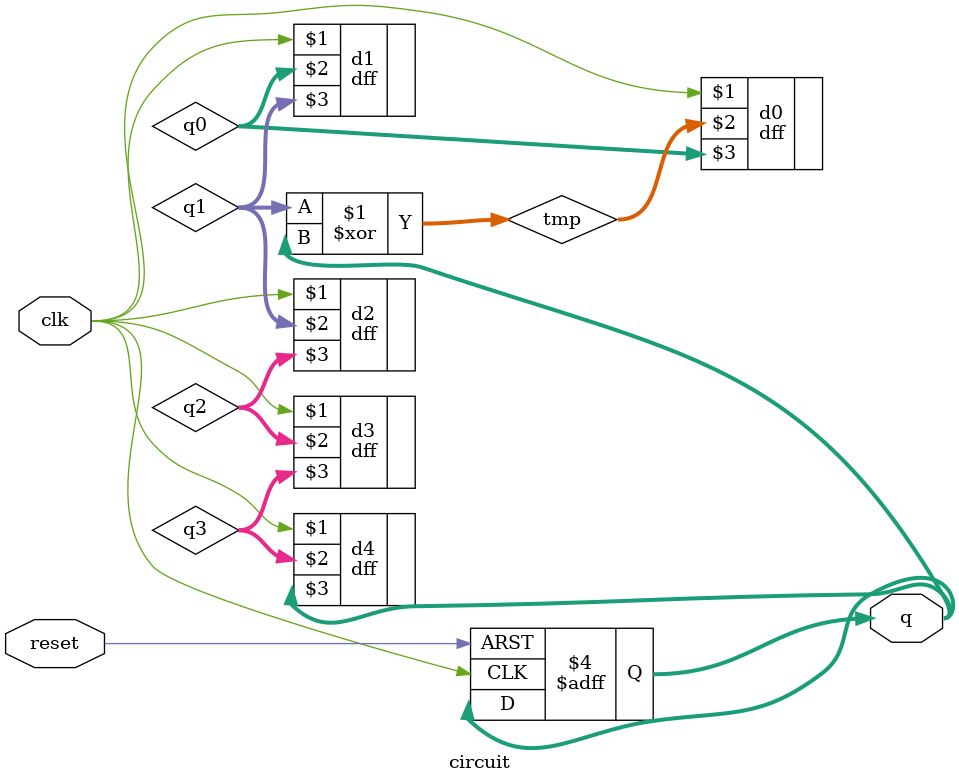
<source format=v>
module circuit(clk, reset, q);
  input clk, reset;

  output [4:0] q;
  reg [4:0] q;

  wire [4:0] q0;
  wire [4:0] q1;
  wire [4:0] q2;
  wire [4:0] q3;
  wire [4:0] tmp;

  xor x1(tmp, q1, q);
  dff d0(clk, tmp, q0);
  dff d1(clk, q0, q1);
  dff d2(clk, q1, q2);
  dff d3(clk, q2, q3);
  dff d4(clk, q3, q);

  always @(negedge reset or posedge clk) begin
    if(~reset)
      q = 5'b10111;
  end
endmodule

</source>
